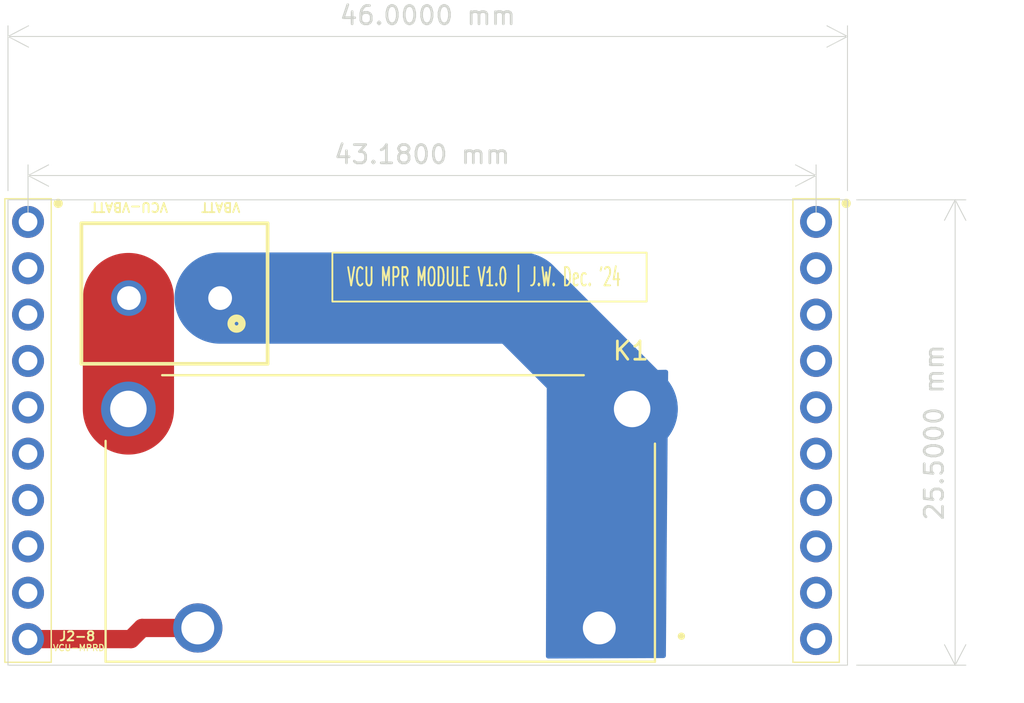
<source format=kicad_pcb>
(kicad_pcb (version 20240108) (generator "pcbnew") (generator_version "8.0")
  (layers (0 "F.Cu" signal) (31 "B.Cu" signal) (34 "B.Paste" user) (35 "F.Paste" user) (36 "B.SilkS" user "B.Silkscreen") (37 "F.SilkS" user "F.Silkscreen") (38 "B.Mask" user) (39 "F.Mask" user) (44 "Edge.Cuts" user))
  (net 0 "")
  (net 1 "/VBATT")
  (net 2 "/VCU VBATT")
  (net 3 "VCU-MPRD")
  (footprint "PH1-10-UA:1X10-2.54MM-THT" (layer "F.Cu") (at 76.2 50.8 -90)
    (property "Reference" "J2" (hide yes))
    (property "Value" "PH1-10-UA" (hide yes))
    (fp_line (start 24.13 1.27) (end -1.27 1.27) (stroke (width 0.0762)) (layer "F.SilkS"))
    (fp_line (start -1.27 -1.27) (end -1.27 1.27) (stroke (width 0.0762)) (layer "F.SilkS"))
    (fp_line (start -1.27 -1.27) (end 24.13 -1.27) (stroke (width 0.0762)) (layer "F.SilkS"))
    (fp_line (start 24.13 -1.27) (end 24.13 1.27) (stroke (width 0.0762)) (layer "F.SilkS"))
    (fp_circle (center -1.016 -1.651) (end -0.762 -1.651) (fill solid) (layer "F.SilkS"))
    (pad "1" thru_hole circle (at 0 0 270) (size 1.75 1.75) (drill 1.02) (layers "*.Cu" "*.Mask"))
    (pad "2" thru_hole circle (at 2.54 0 270) (size 1.75 1.75) (drill 1.02) (layers "*.Cu" "*.Mask"))
    (pad "3" thru_hole circle (at 5.08 0 270) (size 1.75 1.75) (drill 1.02) (layers "*.Cu" "*.Mask"))
    (pad "4" thru_hole circle (at 7.62 0 270) (size 1.75 1.75) (drill 1.02) (layers "*.Cu" "*.Mask"))
    (pad "5" thru_hole circle (at 10.16 0 270) (size 1.75 1.75) (drill 1.02) (layers "*.Cu" "*.Mask"))
    (pad "6" thru_hole circle (at 12.7 0 270) (size 1.75 1.75) (drill 1.02) (layers "*.Cu" "*.Mask"))
    (pad "7" thru_hole circle (at 15.24 0 270) (size 1.75 1.75) (drill 1.02) (layers "*.Cu" "*.Mask"))
    (pad "8" thru_hole circle (at 17.78 0 270) (size 1.75 1.75) (drill 1.02) (layers "*.Cu" "*.Mask"))
    (pad "9" thru_hole circle (at 20.32 0 270) (size 1.75 1.75) (drill 1.02) (layers "*.Cu" "*.Mask"))
    (pad "10" thru_hole circle (at 22.86 0 270) (size 1.75 1.75) (drill 1.02) (layers "*.Cu" "*.Mask") (net 3 "VCU-MPRD"))
  )
  (footprint "PH1-10-UA:1X10-2.54MM-THT" (layer "F.Cu") (at 119.38 50.8 -90)
    (property "Reference" "J2" (hide yes))
    (property "Value" "PH1-10-UA" (hide yes))
    (fp_line (start 24.13 1.27) (end -1.27 1.27) (stroke (width 0.0762)) (layer "F.SilkS"))
    (fp_line (start -1.27 -1.27) (end -1.27 1.27) (stroke (width 0.0762)) (layer "F.SilkS"))
    (fp_line (start -1.27 -1.27) (end 24.13 -1.27) (stroke (width 0.0762)) (layer "F.SilkS"))
    (fp_line (start 24.13 -1.27) (end 24.13 1.27) (stroke (width 0.0762)) (layer "F.SilkS"))
    (fp_circle (center -1.016 -1.651) (end -0.762 -1.651) (fill solid) (layer "F.SilkS"))
    (pad "1" thru_hole circle (at 0 0 270) (size 1.75 1.75) (drill 1.02) (layers "*.Cu" "*.Mask"))
    (pad "2" thru_hole circle (at 2.54 0 270) (size 1.75 1.75) (drill 1.02) (layers "*.Cu" "*.Mask"))
    (pad "3" thru_hole circle (at 5.08 0 270) (size 1.75 1.75) (drill 1.02) (layers "*.Cu" "*.Mask"))
    (pad "4" thru_hole circle (at 7.62 0 270) (size 1.75 1.75) (drill 1.02) (layers "*.Cu" "*.Mask"))
    (pad "5" thru_hole circle (at 10.16 0 270) (size 1.75 1.75) (drill 1.02) (layers "*.Cu" "*.Mask"))
    (pad "6" thru_hole circle (at 12.7 0 270) (size 1.75 1.75) (drill 1.02) (layers "*.Cu" "*.Mask"))
    (pad "7" thru_hole circle (at 15.24 0 270) (size 1.75 1.75) (drill 1.02) (layers "*.Cu" "*.Mask"))
    (pad "8" thru_hole circle (at 17.78 0 270) (size 1.75 1.75) (drill 1.02) (layers "*.Cu" "*.Mask"))
    (pad "9" thru_hole circle (at 20.32 0 270) (size 1.75 1.75) (drill 1.02) (layers "*.Cu" "*.Mask"))
    (pad "10" thru_hole circle (at 22.86 0 270) (size 1.75 1.75) (drill 1.02) (layers "*.Cu" "*.Mask"))
  )
  (footprint "ALF1PF12:RELAY_ALF1PF12" (layer "F.Cu") (at 95.5 67.05 180)
    (property "Reference" "K1" (at -13.73 9.18 0) (layer "F.SilkS"))
    (property "Value" "ALF1PF12")
    (fp_line (start 15.05 -7.85) (end 15.05 4.25) (stroke (width 0.127)) (layer "F.SilkS"))
    (fp_line (start 11.95 7.85) (end -11.15 7.85) (stroke (width 0.127)) (layer "F.SilkS"))
    (fp_line (start -15.05 -7.85) (end 15.05 -7.85) (stroke (width 0.127)) (layer "F.SilkS"))
    (fp_line (start -15.05 -7.85) (end -15.05 4.1) (stroke (width 0.127)) (layer "F.SilkS"))
    (fp_circle (center -16.5 -6.45) (end -16.4 -6.45) (stroke (width 0.2)) (fill none) (layer "F.SilkS"))
    (pad "1" thru_hole rect (at -12 -6 180) (size 2.7 2.7) (drill 1.8) (layers "*.Cu" "*.Mask") (net 1 "/VBATT"))
    (pad "2" thru_hole circle (at 10 -6 180) (size 2.7 2.7) (drill 1.8) (layers "*.Cu" "*.Mask") (net 3 "VCU-MPRD"))
    (pad "3" thru_hole circle (at -13.8 6 180) (size 3 3) (drill 2) (layers "*.Cu" "*.Mask") (net 1 "/VBATT"))
    (pad "4" thru_hole circle (at 13.8 6 180) (size 3 3) (drill 2) (layers "*.Cu" "*.Mask") (net 2 "/VCU VBATT"))
  )
  (footprint "691137710002:691137710002" (layer "F.Cu") (at 84.225 54.975 180)
    (property "Reference" "J1" (hide yes))
    (property "Value" "691137710002")
    (property "VALUE" "691137710002" (hide yes))
    (fp_line (start 5.1 4.1) (end -5.1 4.1) (stroke (width 0.2)) (layer "F.SilkS"))
    (fp_line (start 5.1 -3.6) (end 5.1 4.1) (stroke (width 0.2)) (layer "F.SilkS"))
    (fp_line (start -5.1 4.1) (end -5.1 -3.6) (stroke (width 0.2)) (layer "F.SilkS"))
    (fp_line (start -5.1 -3.6) (end 5.1 -3.6) (stroke (width 0.2)) (layer "F.SilkS"))
    (fp_circle (center -3.4 -1.4) (end -3.3 -1.4) (stroke (width 0.4)) (fill none) (layer "F.SilkS"))
    (pad "1" thru_hole circle (at -2.5 0 180) (size 1.95 1.95) (drill 1.3) (layers "*.Cu" "*.Mask") (net 1 "/VBATT"))
    (pad "2" thru_hole circle (at 2.5 0 180) (size 1.95 1.95) (drill 1.3) (layers "*.Cu" "*.Mask") (net 2 "/VCU VBATT"))
  )
  (gr_rect (start 75.1 49.59) (end 121.1 75.09) (stroke (width 0.05)) (fill none) (layer "Edge.Cuts"))
  (gr_text "VBATT\n" (at 87.884523 49.7 180) (layer "F.SilkS") (effects (font (size 0.5 0.5) (thickness 0.1)) (justify left bottom)))
  (gr_text "VCU-VBATT\n" (at 83.920238 49.7 180) (layer "F.SilkS") (effects (font (size 0.5 0.5) (thickness 0.1)) (justify left bottom)))
  (gr_text "J2-8\n\n" (at 77.85 74.6 0) (layer "F.SilkS") (effects (font (size 0.5 0.5) (thickness 0.1)) (justify left bottom)))
  (gr_text "VCU-MPRD" (at 77.53 74.34 0) (layer "F.SilkS") (effects (font (size 0.34 0.34) (thickness 0.0625)) (justify left bottom)))
  (gr_text_box "VCU MPR MODULE V1.0 | J.W. Dec. '24" (start 92.875 52.485) (end 110.095 55.165) (layer "F.SilkS") (effects (font (size 1 0.5) (thickness 0.1)) (justify left top)) (border yes) (stroke (width 0.1)))
  (dimension (type aligned) (layer "Edge.Cuts") (pts (xy 121.1 75.09) (xy 121.1 49.59)) (height 5.9) (gr_text "25.5000 mm" (at 125.85 62.34 90) (layer "Edge.Cuts") (effects (font (size 1 1) (thickness 0.15)))) (format (prefix "") (suffix "") (units 3) (units_format 1) (precision 4)) (style (thickness 0.05) (arrow_length 1.27) (text_position_mode 0) (extension_height 0.58642) (extension_offset 0.5) keep_text_aligned))
  (dimension (type aligned) (layer "Edge.Cuts") (pts (xy 119.38 50.8) (xy 76.2 50.8)) (height 2.539999) (gr_text "43.1800 mm" (at 97.79 47.110001 0) (layer "Edge.Cuts") (effects (font (size 1 1) (thickness 0.15)))) (format (prefix "") (suffix "") (units 3) (units_format 1) (precision 4)) (style (thickness 0.05) (arrow_length 1.27) (text_position_mode 0) (extension_height 0.58642) (extension_offset 0.5) keep_text_aligned))
  (dimension (type aligned) (layer "Edge.Cuts") (pts (xy 75.1 49.59) (xy 121.1 49.59)) (height -8.95) (gr_text "46.0000 mm" (at 98.1 39.49 0) (layer "Edge.Cuts") (effects (font (size 1 1) (thickness 0.15)))) (format (prefix "") (suffix "") (units 3) (units_format 1) (precision 4)) (style (thickness 0.05) (arrow_length 1.27) (text_position_mode 0) (extension_height 0.58642) (extension_offset 0.5) keep_text_aligned))
  (segment (start 107.5 62.85) (end 109.3 61.05) (width 5) (layer "B.Cu") (net 1))
  (segment (start 86.725 54.975) (end 103.225 54.975) (width 5) (layer "B.Cu") (net 1))
  (segment (start 103.225 54.975) (end 109.3 61.05) (width 5) (layer "B.Cu") (net 1))
  (segment (start 81.7 55) (end 81.725 54.975) (width 0.2) (layer "F.Cu") (net 2))
  (segment (start 81.7 61.05) (end 81.7 55) (width 5) (layer "F.Cu") (net 2))
  (segment (start 76.2 73.66) (end 81.84 73.66) (width 1) (layer "F.Cu") (net 3))
  (segment (start 81.84 73.66) (end 82.45 73.05) (width 1) (layer "F.Cu") (net 3))
  (segment (start 82.45 73.05) (end 85.5 73.05) (width 1) (layer "F.Cu") (net 3))
  (zone (net 1) (net_name "/VBATT") (layer "B.Cu") (connect_pads yes (clearance 0.5)) (min_thickness 0.25) (fill yes (thermal_gap 0.5) (thermal_bridge_width 0.5))
    (polygon (pts (xy 111.275 58.9) (xy 111.15 74.7) (xy 104.575 74.725) (xy 104.625 59.025)))
  )
)
</source>
